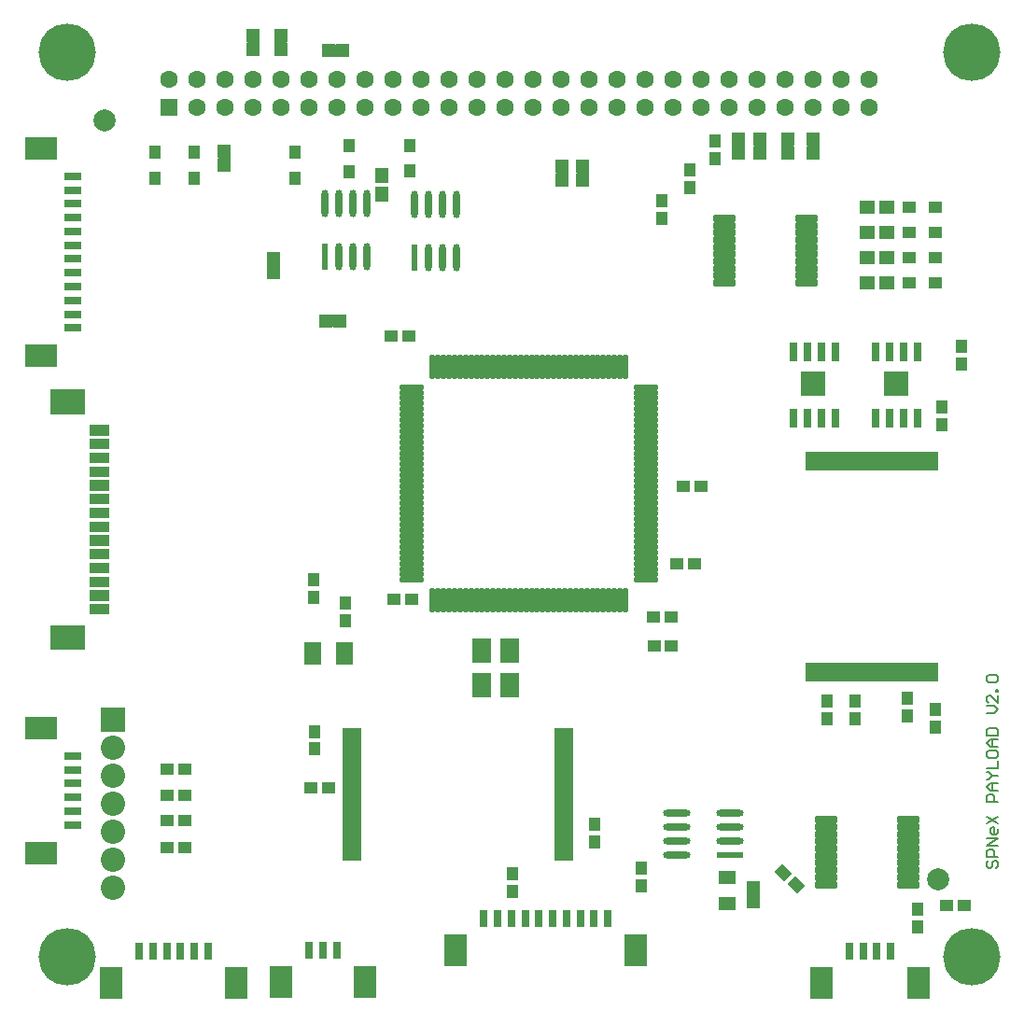
<source format=gts>
G04*
G04 #@! TF.GenerationSoftware,Altium Limited,Altium Designer,21.1.1 (26)*
G04*
G04 Layer_Color=8388736*
%FSLAX44Y44*%
%MOMM*%
G71*
G04*
G04 #@! TF.SameCoordinates,DA55104B-334F-46BF-AAC2-A5A3D9E97D21*
G04*
G04*
G04 #@! TF.FilePolarity,Negative*
G04*
G01*
G75*
%ADD13C,0.2000*%
%ADD18R,0.8000X1.6000*%
%ADD19R,2.1000X3.0000*%
%ADD20R,1.0582X1.2061*%
%ADD21R,1.2061X1.0582*%
G04:AMPARAMS|DCode=22|XSize=1.2061mm|YSize=1.0582mm|CornerRadius=0mm|HoleSize=0mm|Usage=FLASHONLY|Rotation=135.000|XOffset=0mm|YOffset=0mm|HoleType=Round|Shape=Rectangle|*
%AMROTATEDRECTD22*
4,1,4,0.8005,-0.0523,0.0523,-0.8005,-0.8005,0.0523,-0.0523,0.8005,0.8005,-0.0523,0.0*
%
%ADD22ROTATEDRECTD22*%

%ADD24R,1.1000X1.2500*%
%ADD25R,1.2500X1.1000*%
%ADD26R,1.6000X0.8000*%
%ADD27R,3.0000X2.1000*%
G04:AMPARAMS|DCode=28|XSize=2.4741mm|YSize=0.6221mm|CornerRadius=0.3111mm|HoleSize=0mm|Usage=FLASHONLY|Rotation=90.000|XOffset=0mm|YOffset=0mm|HoleType=Round|Shape=RoundedRectangle|*
%AMROUNDEDRECTD28*
21,1,2.4741,0.0000,0,0,90.0*
21,1,1.8519,0.6221,0,0,90.0*
1,1,0.6221,0.0000,0.9260*
1,1,0.6221,0.0000,-0.9260*
1,1,0.6221,0.0000,-0.9260*
1,1,0.6221,0.0000,0.9260*
%
%ADD28ROUNDEDRECTD28*%
%ADD29R,0.6221X2.4741*%
G04:AMPARAMS|DCode=30|XSize=2.4741mm|YSize=0.6221mm|CornerRadius=0.3111mm|HoleSize=0mm|Usage=FLASHONLY|Rotation=180.000|XOffset=0mm|YOffset=0mm|HoleType=Round|Shape=RoundedRectangle|*
%AMROUNDEDRECTD30*
21,1,2.4741,0.0000,0,0,180.0*
21,1,1.8519,0.6221,0,0,180.0*
1,1,0.6221,-0.9260,0.0000*
1,1,0.6221,0.9260,0.0000*
1,1,0.6221,0.9260,0.0000*
1,1,0.6221,-0.9260,0.0000*
%
%ADD30ROUNDEDRECTD30*%
%ADD31R,2.4741X0.6221*%
%ADD36R,1.2087X1.0121*%
G04:AMPARAMS|DCode=46|XSize=0.6532mm|YSize=2.0532mm|CornerRadius=0.1511mm|HoleSize=0mm|Usage=FLASHONLY|Rotation=270.000|XOffset=0mm|YOffset=0mm|HoleType=Round|Shape=RoundedRectangle|*
%AMROUNDEDRECTD46*
21,1,0.6532,1.7510,0,0,270.0*
21,1,0.3510,2.0532,0,0,270.0*
1,1,0.3022,-0.8755,-0.1755*
1,1,0.3022,-0.8755,0.1755*
1,1,0.3022,0.8755,0.1755*
1,1,0.3022,0.8755,-0.1755*
%
%ADD46ROUNDEDRECTD46*%
%ADD47R,1.8032X2.2032*%
%ADD48R,1.5032X2.0032*%
%ADD49O,2.3032X0.5032*%
%ADD50O,0.5032X2.3032*%
%ADD51R,1.8032X0.5032*%
%ADD52R,0.5032X1.8032*%
%ADD53R,1.2032X1.2032*%
%ADD54R,1.2032X1.2032*%
%ADD55R,2.3032X2.3032*%
%ADD56R,0.7032X1.7032*%
%ADD57R,1.3032X1.4032*%
%ADD58R,1.4032X1.3032*%
%ADD59C,2.0000*%
%ADD60R,1.5032X1.2532*%
%ADD61C,5.2032*%
%ADD62C,1.6032*%
%ADD63R,1.6032X1.6032*%
%ADD64R,2.2032X2.2032*%
%ADD65C,2.2032*%
G36*
X199046Y823147D02*
X187870D01*
Y834577D01*
X199046D01*
Y823147D01*
D02*
G37*
G36*
X174130D02*
X162954D01*
Y834577D01*
X174130D01*
Y823147D01*
D02*
G37*
G36*
X248783Y816150D02*
X237353D01*
Y827326D01*
X248783D01*
Y816150D01*
D02*
G37*
G36*
X633984Y729830D02*
X622808D01*
Y741260D01*
X633984D01*
Y729830D01*
D02*
G37*
G36*
X658876Y729576D02*
X647700D01*
Y741006D01*
X658876D01*
Y729576D01*
D02*
G37*
G36*
X614167Y729384D02*
X602991D01*
Y740814D01*
X614167D01*
Y729384D01*
D02*
G37*
G36*
X682288Y729274D02*
X671112D01*
Y740704D01*
X682288D01*
Y729274D01*
D02*
G37*
G36*
X147995Y718133D02*
X136819D01*
Y729563D01*
X147995D01*
Y718133D01*
D02*
G37*
G36*
X473098Y704904D02*
X461922D01*
Y716334D01*
X473098D01*
Y704904D01*
D02*
G37*
G36*
X454382D02*
X443206D01*
Y716334D01*
X454382D01*
Y704904D01*
D02*
G37*
G36*
X192532Y621118D02*
X181356D01*
Y632548D01*
X192532D01*
Y621118D01*
D02*
G37*
G36*
X246380Y571080D02*
X234950D01*
Y582256D01*
X246380D01*
Y571080D01*
D02*
G37*
G36*
X15972Y491678D02*
X-15552D01*
Y514202D01*
X15972D01*
Y491678D01*
D02*
G37*
G36*
X37972Y472678D02*
X20448D01*
Y482202D01*
X37972D01*
Y472678D01*
D02*
G37*
G36*
Y460178D02*
X20448D01*
Y469702D01*
X37972D01*
Y460178D01*
D02*
G37*
G36*
Y447678D02*
X20448D01*
Y457202D01*
X37972D01*
Y447678D01*
D02*
G37*
G36*
Y435178D02*
X20448D01*
Y444702D01*
X37972D01*
Y435178D01*
D02*
G37*
G36*
Y422678D02*
X20448D01*
Y432202D01*
X37972D01*
Y422678D01*
D02*
G37*
G36*
Y410178D02*
X20448D01*
Y419702D01*
X37972D01*
Y410178D01*
D02*
G37*
G36*
Y397678D02*
X20448D01*
Y407202D01*
X37972D01*
Y397678D01*
D02*
G37*
G36*
Y385178D02*
X20448D01*
Y394702D01*
X37972D01*
Y385178D01*
D02*
G37*
G36*
Y372678D02*
X20448D01*
Y382202D01*
X37972D01*
Y372678D01*
D02*
G37*
G36*
Y360178D02*
X20448D01*
Y369702D01*
X37972D01*
Y360178D01*
D02*
G37*
G36*
Y347678D02*
X20448D01*
Y357202D01*
X37972D01*
Y347678D01*
D02*
G37*
G36*
Y335178D02*
X20448D01*
Y344702D01*
X37972D01*
Y335178D01*
D02*
G37*
G36*
Y322678D02*
X20448D01*
Y332202D01*
X37972D01*
Y322678D01*
D02*
G37*
G36*
Y310178D02*
X20448D01*
Y319702D01*
X37972D01*
Y310178D01*
D02*
G37*
G36*
X15972Y278178D02*
X-15552D01*
Y300702D01*
X15972D01*
Y278178D01*
D02*
G37*
G36*
X627640Y50633D02*
X616464D01*
Y62063D01*
X627640D01*
Y50633D01*
D02*
G37*
D13*
X835235Y87239D02*
X833569Y85572D01*
Y82240D01*
X835235Y80574D01*
X836901D01*
X838568Y82240D01*
Y85572D01*
X840234Y87239D01*
X841900D01*
X843566Y85572D01*
Y82240D01*
X841900Y80574D01*
X843566Y90571D02*
X833569D01*
Y95569D01*
X835235Y97235D01*
X838568D01*
X840234Y95569D01*
Y90571D01*
X843566Y100568D02*
X833569D01*
X843566Y107232D01*
X833569D01*
X843566Y115563D02*
Y112231D01*
X841900Y110564D01*
X838568D01*
X836901Y112231D01*
Y115563D01*
X838568Y117229D01*
X840234D01*
Y110564D01*
X833569Y120561D02*
X843566Y127226D01*
X833569D02*
X843566Y120561D01*
Y140555D02*
X833569D01*
Y145553D01*
X835235Y147219D01*
X838568D01*
X840234Y145553D01*
Y140555D01*
X843566Y150552D02*
X836901D01*
X833569Y153884D01*
X836901Y157216D01*
X843566D01*
X838568D01*
Y150552D01*
X833569Y160548D02*
X835235D01*
X838568Y163881D01*
X835235Y167213D01*
X833569D01*
X838568Y163881D02*
X843566D01*
X833569Y170545D02*
X843566D01*
Y177209D01*
X833569Y185540D02*
Y182208D01*
X835235Y180542D01*
X841900D01*
X843566Y182208D01*
Y185540D01*
X841900Y187206D01*
X835235D01*
X833569Y185540D01*
X843566Y190539D02*
X836901D01*
X833569Y193871D01*
X836901Y197203D01*
X843566D01*
X838568D01*
Y190539D01*
X833569Y200535D02*
X843566D01*
Y205534D01*
X841900Y207200D01*
X835235D01*
X833569Y205534D01*
Y200535D01*
Y220529D02*
X840234D01*
X843566Y223861D01*
X840234Y227193D01*
X833569D01*
X843566Y237190D02*
Y230526D01*
X836901Y237190D01*
X835235D01*
X833569Y235524D01*
Y232192D01*
X835235Y230526D01*
X843566Y240522D02*
X841900D01*
Y242189D01*
X843566D01*
Y240522D01*
X835235Y248853D02*
X833569Y250519D01*
Y253852D01*
X835235Y255518D01*
X841900D01*
X843566Y253852D01*
Y250519D01*
X841900Y248853D01*
X835235D01*
D18*
X377720Y34378D02*
D03*
X390220D02*
D03*
X402720D02*
D03*
X415220D02*
D03*
X427720D02*
D03*
X440220D02*
D03*
X452720D02*
D03*
X465220D02*
D03*
X477720D02*
D03*
X490220D02*
D03*
X127500Y5000D02*
D03*
X115000D02*
D03*
X102500D02*
D03*
X90000D02*
D03*
X77500D02*
D03*
X65000D02*
D03*
X709250D02*
D03*
X721750D02*
D03*
X734250D02*
D03*
X746750D02*
D03*
X244148Y5720D02*
D03*
X231648D02*
D03*
X219148D02*
D03*
D19*
X352220Y5378D02*
D03*
X515720D02*
D03*
X153000Y-24000D02*
D03*
X39500D02*
D03*
X683750D02*
D03*
X772250D02*
D03*
X269648Y-23280D02*
D03*
X193648D02*
D03*
D20*
X771400Y42897D02*
D03*
Y26875D02*
D03*
X478028Y119742D02*
D03*
Y103720D02*
D03*
X252476Y304497D02*
D03*
Y320519D02*
D03*
X224597Y188220D02*
D03*
Y204242D02*
D03*
X587533Y723545D02*
D03*
Y739567D02*
D03*
X538988Y685263D02*
D03*
Y669241D02*
D03*
X793496Y482805D02*
D03*
Y498827D02*
D03*
X811276Y537786D02*
D03*
Y553808D02*
D03*
X714142Y232112D02*
D03*
Y216090D02*
D03*
X689017Y215851D02*
D03*
Y231873D02*
D03*
X223070Y342101D02*
D03*
Y326080D02*
D03*
X564852Y697681D02*
D03*
Y713703D02*
D03*
X520215Y79981D02*
D03*
Y63959D02*
D03*
X403352Y58879D02*
D03*
Y74901D02*
D03*
X761746Y234181D02*
D03*
Y218159D02*
D03*
X786871Y208485D02*
D03*
Y224507D02*
D03*
D21*
X813286Y46166D02*
D03*
X797264D02*
D03*
X548015Y282028D02*
D03*
X531993D02*
D03*
X106563Y146392D02*
D03*
X90541D02*
D03*
X106817Y99148D02*
D03*
X90795D02*
D03*
X220843Y152996D02*
D03*
X236865D02*
D03*
X310017Y563206D02*
D03*
X293995D02*
D03*
X106817Y123024D02*
D03*
X90795D02*
D03*
X531602Y307936D02*
D03*
X547624D02*
D03*
X106563Y169760D02*
D03*
X90541D02*
D03*
D22*
X649335Y76111D02*
D03*
X660665Y64781D02*
D03*
D24*
X255524Y711998D02*
D03*
Y735498D02*
D03*
X114808Y705888D02*
D03*
Y729388D02*
D03*
X79756Y705888D02*
D03*
Y729388D02*
D03*
X310642Y712492D02*
D03*
Y735992D02*
D03*
X205994Y705888D02*
D03*
Y729388D02*
D03*
D25*
X763712Y610958D02*
D03*
X787212D02*
D03*
X763712Y633733D02*
D03*
X787212D02*
D03*
X763712Y656509D02*
D03*
X787212D02*
D03*
X763712Y679284D02*
D03*
X787212D02*
D03*
D26*
X5124Y119460D02*
D03*
Y131960D02*
D03*
Y144460D02*
D03*
Y156960D02*
D03*
Y169460D02*
D03*
Y181960D02*
D03*
X5000Y570250D02*
D03*
Y582750D02*
D03*
Y595250D02*
D03*
Y607750D02*
D03*
Y620250D02*
D03*
Y632750D02*
D03*
Y645250D02*
D03*
Y657750D02*
D03*
Y670250D02*
D03*
Y682750D02*
D03*
Y695250D02*
D03*
Y707750D02*
D03*
D27*
X-23876Y93960D02*
D03*
Y207460D02*
D03*
X-24000Y544750D02*
D03*
Y733250D02*
D03*
D28*
X233809Y682835D02*
D03*
X246509D02*
D03*
X259209D02*
D03*
X271909D02*
D03*
Y634514D02*
D03*
X259209D02*
D03*
X246509D02*
D03*
X314832Y682659D02*
D03*
X327532D02*
D03*
X340232D02*
D03*
X352932D02*
D03*
Y634338D02*
D03*
X340232D02*
D03*
X327532D02*
D03*
D29*
X233809Y634514D02*
D03*
X314832Y634338D02*
D03*
D30*
X552419Y92290D02*
D03*
Y104990D02*
D03*
Y117690D02*
D03*
Y130390D02*
D03*
X600741D02*
D03*
Y117690D02*
D03*
Y104990D02*
D03*
D31*
Y92290D02*
D03*
D36*
X558514Y426808D02*
D03*
X574548D02*
D03*
X553069Y356450D02*
D03*
X569103D02*
D03*
X312563Y323684D02*
D03*
X296529D02*
D03*
D46*
X688457Y97929D02*
D03*
X762958Y91429D02*
D03*
X688457D02*
D03*
X762958Y84929D02*
D03*
X688457Y78429D02*
D03*
X762958Y71929D02*
D03*
X688457Y84929D02*
D03*
X762958Y78429D02*
D03*
Y110929D02*
D03*
X688457Y104429D02*
D03*
Y110929D02*
D03*
X762958Y104429D02*
D03*
Y97929D02*
D03*
Y117429D02*
D03*
X688457Y71929D02*
D03*
X762958Y65429D02*
D03*
X688457D02*
D03*
Y117429D02*
D03*
Y123929D02*
D03*
X762958D02*
D03*
X670218Y611172D02*
D03*
Y617672D02*
D03*
Y624172D02*
D03*
Y630672D02*
D03*
Y637172D02*
D03*
Y643672D02*
D03*
Y650172D02*
D03*
Y656672D02*
D03*
Y663172D02*
D03*
Y669672D02*
D03*
X595718Y611172D02*
D03*
Y617672D02*
D03*
Y624172D02*
D03*
Y630672D02*
D03*
Y637172D02*
D03*
Y643672D02*
D03*
Y650172D02*
D03*
Y656672D02*
D03*
Y663172D02*
D03*
Y669672D02*
D03*
D47*
X376050Y277195D02*
D03*
X401450D02*
D03*
Y246305D02*
D03*
X376050D02*
D03*
D48*
X251228Y274662D02*
D03*
X222228D02*
D03*
D49*
X312592Y516594D02*
D03*
Y511594D02*
D03*
Y506594D02*
D03*
Y501594D02*
D03*
Y496594D02*
D03*
Y491594D02*
D03*
Y486594D02*
D03*
Y481594D02*
D03*
Y476594D02*
D03*
Y471594D02*
D03*
Y466594D02*
D03*
Y461594D02*
D03*
Y456594D02*
D03*
Y451594D02*
D03*
Y446594D02*
D03*
Y441594D02*
D03*
Y436594D02*
D03*
Y431594D02*
D03*
Y426594D02*
D03*
Y421594D02*
D03*
Y416594D02*
D03*
Y411594D02*
D03*
Y406594D02*
D03*
Y401594D02*
D03*
Y396594D02*
D03*
Y391594D02*
D03*
Y386594D02*
D03*
Y381594D02*
D03*
Y376594D02*
D03*
Y371594D02*
D03*
Y366594D02*
D03*
Y361594D02*
D03*
Y356594D02*
D03*
Y351594D02*
D03*
Y346594D02*
D03*
Y341594D02*
D03*
X524592D02*
D03*
Y346594D02*
D03*
Y351594D02*
D03*
Y356594D02*
D03*
Y361594D02*
D03*
Y366594D02*
D03*
Y371594D02*
D03*
Y376594D02*
D03*
Y381594D02*
D03*
Y386594D02*
D03*
Y391594D02*
D03*
Y396594D02*
D03*
Y401594D02*
D03*
Y406594D02*
D03*
Y411594D02*
D03*
Y416594D02*
D03*
Y421594D02*
D03*
Y426594D02*
D03*
Y431594D02*
D03*
Y436594D02*
D03*
Y441594D02*
D03*
Y446594D02*
D03*
Y451594D02*
D03*
Y456594D02*
D03*
Y461594D02*
D03*
Y466594D02*
D03*
Y471594D02*
D03*
Y476594D02*
D03*
Y481594D02*
D03*
Y486594D02*
D03*
Y491594D02*
D03*
Y496594D02*
D03*
Y501594D02*
D03*
Y506594D02*
D03*
Y511594D02*
D03*
Y516594D02*
D03*
D50*
X331092Y323094D02*
D03*
X336092D02*
D03*
X341092D02*
D03*
X346092D02*
D03*
X351092D02*
D03*
X356092D02*
D03*
X361092D02*
D03*
X366092D02*
D03*
X371092D02*
D03*
X376092D02*
D03*
X381092D02*
D03*
X386092D02*
D03*
X391092D02*
D03*
X396092D02*
D03*
X401092D02*
D03*
X406092D02*
D03*
X411092D02*
D03*
X416092D02*
D03*
X421092D02*
D03*
X426092D02*
D03*
X431092D02*
D03*
X436092D02*
D03*
X441092D02*
D03*
X446092D02*
D03*
X451092D02*
D03*
X456092D02*
D03*
X461092D02*
D03*
X466092D02*
D03*
X471092D02*
D03*
X476092D02*
D03*
X481092D02*
D03*
X486092D02*
D03*
X491092D02*
D03*
X496092D02*
D03*
X501092D02*
D03*
X506092D02*
D03*
Y535094D02*
D03*
X501092D02*
D03*
X496092D02*
D03*
X491092D02*
D03*
X486092D02*
D03*
X481092D02*
D03*
X476092D02*
D03*
X471092D02*
D03*
X466092D02*
D03*
X461092D02*
D03*
X456092D02*
D03*
X451092D02*
D03*
X446092D02*
D03*
X441092D02*
D03*
X436092D02*
D03*
X431092D02*
D03*
X426092D02*
D03*
X421092D02*
D03*
X416092D02*
D03*
X411092D02*
D03*
X406092D02*
D03*
X401092D02*
D03*
X396092D02*
D03*
X391092D02*
D03*
X386092D02*
D03*
X381092D02*
D03*
X376092D02*
D03*
X371092D02*
D03*
X366092D02*
D03*
X361092D02*
D03*
X356092D02*
D03*
X351092D02*
D03*
X346092D02*
D03*
X341092D02*
D03*
X336092D02*
D03*
X331092D02*
D03*
D51*
X257834Y204304D02*
D03*
Y199304D02*
D03*
Y194304D02*
D03*
Y189304D02*
D03*
Y184304D02*
D03*
Y179304D02*
D03*
Y174304D02*
D03*
Y169304D02*
D03*
Y164304D02*
D03*
Y159304D02*
D03*
Y154304D02*
D03*
Y149304D02*
D03*
Y144304D02*
D03*
Y139304D02*
D03*
Y134304D02*
D03*
Y129304D02*
D03*
Y124304D02*
D03*
Y119304D02*
D03*
Y114304D02*
D03*
Y109304D02*
D03*
Y104304D02*
D03*
Y99304D02*
D03*
Y94304D02*
D03*
Y89304D02*
D03*
X449834Y204304D02*
D03*
Y199304D02*
D03*
Y194304D02*
D03*
Y189304D02*
D03*
Y184304D02*
D03*
Y179304D02*
D03*
Y174304D02*
D03*
Y169304D02*
D03*
Y164304D02*
D03*
Y159304D02*
D03*
Y154304D02*
D03*
Y149304D02*
D03*
Y144304D02*
D03*
Y139304D02*
D03*
Y134304D02*
D03*
Y129304D02*
D03*
Y124304D02*
D03*
Y119304D02*
D03*
Y114304D02*
D03*
Y109304D02*
D03*
Y104304D02*
D03*
Y99304D02*
D03*
Y94304D02*
D03*
Y89304D02*
D03*
D52*
X671837Y257770D02*
D03*
X676837D02*
D03*
X681837D02*
D03*
X686837D02*
D03*
X691837D02*
D03*
X696837D02*
D03*
X701837D02*
D03*
X706837D02*
D03*
X711837D02*
D03*
X716837D02*
D03*
X721837D02*
D03*
X726837D02*
D03*
X731837D02*
D03*
X736837D02*
D03*
X741837D02*
D03*
X746837D02*
D03*
X751837D02*
D03*
X756837D02*
D03*
X761837D02*
D03*
X766837D02*
D03*
X771837D02*
D03*
X776837D02*
D03*
X781837D02*
D03*
X786837D02*
D03*
X671837Y449770D02*
D03*
X676837D02*
D03*
X681837D02*
D03*
X686837D02*
D03*
X691837D02*
D03*
X696837D02*
D03*
X701837D02*
D03*
X706837D02*
D03*
X711837D02*
D03*
X716837D02*
D03*
X721837D02*
D03*
X726837D02*
D03*
X731837D02*
D03*
X736837D02*
D03*
X741837D02*
D03*
X746837D02*
D03*
X751837D02*
D03*
X756837D02*
D03*
X761837D02*
D03*
X766837D02*
D03*
X771837D02*
D03*
X776837D02*
D03*
X781837D02*
D03*
X786837D02*
D03*
D53*
X142407Y730325D02*
D03*
Y717625D02*
D03*
X168542Y822385D02*
D03*
Y835085D02*
D03*
X193458Y822385D02*
D03*
Y835085D02*
D03*
X608579Y728622D02*
D03*
Y741322D02*
D03*
X628396Y729068D02*
D03*
Y741768D02*
D03*
X653288Y728814D02*
D03*
Y741514D02*
D03*
X676700Y728512D02*
D03*
Y741212D02*
D03*
X448794Y704142D02*
D03*
Y716842D02*
D03*
X186944Y620356D02*
D03*
Y633056D02*
D03*
X467510Y704142D02*
D03*
Y716842D02*
D03*
X622052Y62825D02*
D03*
Y50125D02*
D03*
D54*
X247142Y576668D02*
D03*
X234442D02*
D03*
X236591Y821738D02*
D03*
X249291D02*
D03*
D55*
X751493Y519478D02*
D03*
X676685D02*
D03*
D56*
X733243Y548228D02*
D03*
X745943D02*
D03*
X758643D02*
D03*
X771343D02*
D03*
Y488228D02*
D03*
X758643D02*
D03*
X745943D02*
D03*
X733243D02*
D03*
X658435Y548228D02*
D03*
X671135D02*
D03*
X683835D02*
D03*
X696535D02*
D03*
Y488228D02*
D03*
X683835D02*
D03*
X671135D02*
D03*
X658435D02*
D03*
D57*
X285496Y708500D02*
D03*
Y691500D02*
D03*
D58*
X742814Y610704D02*
D03*
X725814D02*
D03*
X742814Y633649D02*
D03*
X725814D02*
D03*
X742814Y656593D02*
D03*
X725814D02*
D03*
X742814Y679538D02*
D03*
X725814D02*
D03*
D59*
X33413Y758019D02*
D03*
X790000Y70000D02*
D03*
D60*
X598684Y72031D02*
D03*
Y48032D02*
D03*
D61*
X0Y820000D02*
D03*
Y0D02*
D03*
X820000Y820000D02*
D03*
Y0D02*
D03*
D62*
X727500Y795400D02*
D03*
Y770000D02*
D03*
X702100Y795400D02*
D03*
Y770000D02*
D03*
X676700Y795400D02*
D03*
Y770000D02*
D03*
X651300Y795400D02*
D03*
Y770000D02*
D03*
X625900Y795400D02*
D03*
Y770000D02*
D03*
X600500Y795400D02*
D03*
Y770000D02*
D03*
X575100Y795400D02*
D03*
Y770000D02*
D03*
X549700Y795400D02*
D03*
Y770000D02*
D03*
X524300Y795400D02*
D03*
Y770000D02*
D03*
X498900Y795400D02*
D03*
Y770000D02*
D03*
X473500Y795400D02*
D03*
Y770000D02*
D03*
X448100Y795400D02*
D03*
Y770000D02*
D03*
X422700Y795400D02*
D03*
Y770000D02*
D03*
X397300Y795400D02*
D03*
Y770000D02*
D03*
X371900Y795400D02*
D03*
Y770000D02*
D03*
X346500Y795400D02*
D03*
Y770000D02*
D03*
X321100Y795400D02*
D03*
Y770000D02*
D03*
X295700Y795400D02*
D03*
Y770000D02*
D03*
X270300Y795400D02*
D03*
Y770000D02*
D03*
X244900Y795400D02*
D03*
Y770000D02*
D03*
X219500Y795400D02*
D03*
Y770000D02*
D03*
X194100Y795400D02*
D03*
Y770000D02*
D03*
X168700Y795400D02*
D03*
Y770000D02*
D03*
X143300Y795400D02*
D03*
Y770000D02*
D03*
X117900Y795400D02*
D03*
Y770000D02*
D03*
X92500Y795400D02*
D03*
D63*
Y770000D02*
D03*
D64*
X40894Y215226D02*
D03*
D65*
Y189826D02*
D03*
Y139026D02*
D03*
Y113626D02*
D03*
Y88226D02*
D03*
Y62826D02*
D03*
Y164426D02*
D03*
M02*

</source>
